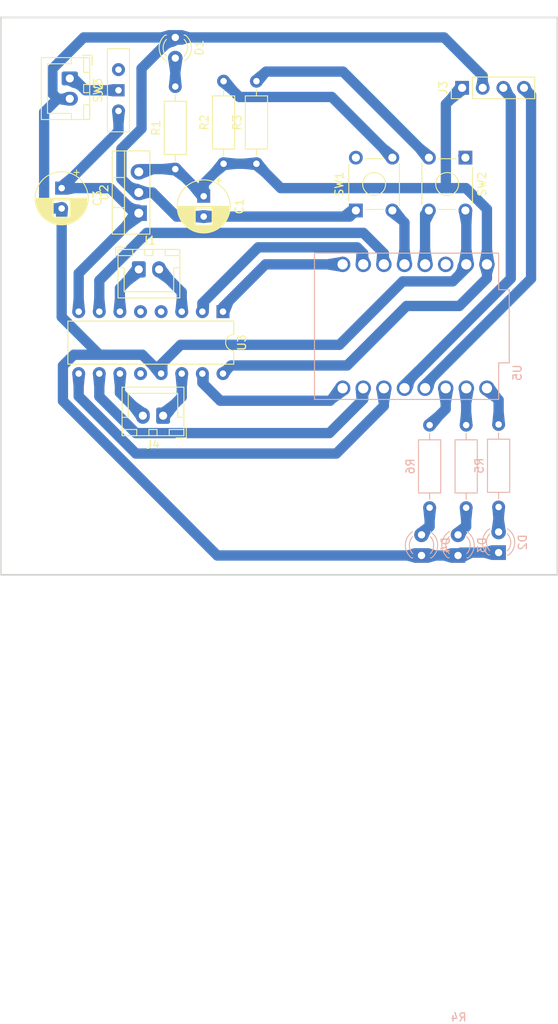
<source format=kicad_pcb>
(kicad_pcb (version 20240108) (generator "pcbnew") (generator_version "8.0")
  (layers (0 "F.Cu" signal) (31 "B.Cu" signal) (34 "B.Paste" user) (35 "F.Paste" user) (36 "B.SilkS" user "B.Silkscreen") (37 "F.SilkS" user "F.Silkscreen") (38 "B.Mask" user) (39 "F.Mask" user) (44 "Edge.Cuts" user))
  (net 0 "")
  (net 1 "GND")
  (net 2 "5V")
  (net 3 "12V")
  (net 4 "Net-(D1-A)")
  (net 5 "GPIO02")
  (net 6 "Net-(D3-A)")
  (net 7 "Net-(D4-A)")
  (net 8 "Net-(J1-Pin_2)")
  (net 9 "Net-(J1-Pin_1)")
  (net 10 "Net-(J2-Pin_1)")
  (net 11 "GPIO09")
  (net 12 "Net-(J4-Pin_1)")
  (net 13 "Net-(J4-Pin_2)")
  (net 14 "GPIO00")
  (net 15 "GPIO01")
  (net 16 "GPIO03")
  (net 18 "GPIO04")
  (net 19 "GPIO05")
  (net 20 "GPIO10")
  (net 21 "GPIO06")
  (net 22 "GPIO20")
  (net 23 "GPIO21")
  (net 25 "Net-(D2-A)")
  (net 26 "GPIO07")
  (net 27 "GPIO08")
  (footprint "Resistor_THT:R_Axial_DIN0207_L6.3mm_D2.5mm_P10.16mm_Horizontal" (layer "F.Cu") (at 153.58 32.62 90)
    (property "Reference" "R2" (at 5.08 -2.37 90) (layer "F.SilkS"))
    (property "Value" "4.7K")
    (pad "1" thru_hole circle (at 0 0 90) (size 1.6 1.6) (drill 0.8) (layers "*.Cu" "*.Mask") (net 2 "5V"))
    (pad "2" thru_hole oval (at 10.16 0 90) (size 1.6 1.6) (drill 0.8) (layers "*.Cu" "*.Mask") (net 16 "GPIO03"))
  )
  (footprint "Button_Switch_THT:SW_Slide-03_Wuerth-WS-SLTV_10x2.5x6.4_P2.54mm" (layer "F.Cu") (at 140.63 23.58 90)
    (property "Reference" "SW3" (at 0 -2.54 90) (layer "F.SilkS"))
    (property "Value" "SW_Wuerth_450301014042")
    (pad "1" thru_hole rect (at 0 0 90) (size 1.5 1.5) (drill 0.8) (layers "*.Cu" "*.Mask") (net 10 "Net-(J2-Pin_1)"))
    (pad "2" thru_hole circle (at -2.54 0 90) (size 1.6 1.6) (drill 0.8) (layers "*.Cu" "*.Mask") (net 3 "12V"))
    (pad "3" thru_hole circle (at 2.54 0 90) (size 1.6 1.6) (drill 0.8) (layers "*.Cu" "*.Mask"))
  )
  (footprint "Connector_PinHeader_2.54mm:PinHeader_1x04_P2.54mm_Vertical" (layer "F.Cu") (at 182.97 23.28 90)
    (property "Reference" "J3" (at 0 -2.33 90) (layer "F.SilkS"))
    (property "Value" "Conn_01x04_Pin")
    (pad "1" thru_hole rect (at 0 0 90) (size 1.7 1.7) (drill 1) (layers "*.Cu" "*.Mask") (net 2 "5V"))
    (pad "2" thru_hole oval (at 0 2.54 90) (size 1.7 1.7) (drill 1) (layers "*.Cu" "*.Mask") (net 1 "GND"))
    (pad "3" thru_hole oval (at 0 5.08 90) (size 1.7 1.7) (drill 1) (layers "*.Cu" "*.Mask") (net 11 "GPIO09"))
    (pad "4" thru_hole oval (at 0 7.62 90) (size 1.7 1.7) (drill 1) (layers "*.Cu" "*.Mask") (net 27 "GPIO08"))
  )
  (footprint "Capacitor_THT:CP_Radial_D6.3mm_P2.50mm" (layer "F.Cu") (at 151.13 36.62 -90)
    (property "Reference" "C1" (at 1.25 -4.4 90) (layer "F.SilkS"))
    (property "Value" "330uF")
    (pad "1" thru_hole rect (at 0 0 270) (size 1.6 1.6) (drill 0.8) (layers "*.Cu" "*.Mask") (net 2 "5V"))
    (pad "2" thru_hole circle (at 2.5 0 270) (size 1.6 1.6) (drill 0.8) (layers "*.Cu" "*.Mask") (net 1 "GND"))
  )
  (footprint "Package_DIP:DIP-16_W7.62mm" (layer "F.Cu") (at 153.505 50.82 -90)
    (property "Reference" "U3" (at 3.81 -2.33 90) (layer "F.SilkS"))
    (property "Value" "L293D")
    (pad "1" thru_hole rect (at 0 0 270) (size 1.6 1.6) (drill 0.8) (layers "*.Cu" "*.Mask") (net 14 "GPIO00"))
    (pad "2" thru_hole oval (at 0 2.54 270) (size 1.6 1.6) (drill 0.8) (layers "*.Cu" "*.Mask") (net 15 "GPIO01"))
    (pad "3" thru_hole oval (at 0 5.08 270) (size 1.6 1.6) (drill 0.8) (layers "*.Cu" "*.Mask") (net 8 "Net-(J1-Pin_2)"))
    (pad "4" thru_hole oval (at 0 7.62 270) (size 1.6 1.6) (drill 0.8) (layers "*.Cu" "*.Mask") (net 1 "GND"))
    (pad "5" thru_hole oval (at 0 10.16 270) (size 1.6 1.6) (drill 0.8) (layers "*.Cu" "*.Mask") (net 1 "GND"))
    (pad "6" thru_hole oval (at 0 12.7 270) (size 1.6 1.6) (drill 0.8) (layers "*.Cu" "*.Mask") (net 9 "Net-(J1-Pin_1)"))
    (pad "7" thru_hole oval (at 0 15.24 270) (size 1.6 1.6) (drill 0.8) (layers "*.Cu" "*.Mask") (net 5 "GPIO02"))
    (pad "8" thru_hole oval (at 0 17.78 270) (size 1.6 1.6) (drill 0.8) (layers "*.Cu" "*.Mask") (net 3 "12V"))
    (pad "9" thru_hole oval (at 7.62 17.78 270) (size 1.6 1.6) (drill 0.8) (layers "*.Cu" "*.Mask") (net 20 "GPIO10"))
    (pad "10" thru_hole oval (at 7.62 15.24 270) (size 1.6 1.6) (drill 0.8) (layers "*.Cu" "*.Mask") (net 22 "GPIO20"))
    (pad "11" thru_hole oval (at 7.62 12.7 270) (size 1.6 1.6) (drill 0.8) (layers "*.Cu" "*.Mask") (net 13 "Net-(J4-Pin_2)"))
    (pad "12" thru_hole oval (at 7.62 10.16 270) (size 1.6 1.6) (drill 0.8) (layers "*.Cu" "*.Mask") (net 1 "GND"))
    (pad "13" thru_hole oval (at 7.62 7.62 270) (size 1.6 1.6) (drill 0.8) (layers "*.Cu" "*.Mask") (net 1 "GND"))
    (pad "14" thru_hole oval (at 7.62 5.08 270) (size 1.6 1.6) (drill 0.8) (layers "*.Cu" "*.Mask") (net 12 "Net-(J4-Pin_1)"))
    (pad "15" thru_hole oval (at 7.62 2.54 270) (size 1.6 1.6) (drill 0.8) (layers "*.Cu" "*.Mask") (net 23 "GPIO21"))
    (pad "16" thru_hole oval (at 7.62 0 270) (size 1.6 1.6) (drill 0.8) (layers "*.Cu" "*.Mask") (net 2 "5V"))
  )
  (footprint "Button_Switch_THT:SW_TH_Tactile_Omron_B3F-10xx" (layer "F.Cu") (at 183.38 31.87 -90)
    (property "Reference" "SW2" (at 3.25 -2.05 90) (layer "F.SilkS"))
    (property "Value" "SW_Push")
    (pad "1" thru_hole rect (at 0 0 270) (size 1.7 1.7) (drill 1) (layers "*.Cu" "*.Mask") (net 1 "GND"))
    (pad "1" thru_hole circle (at 6.5 0 270) (size 1.7 1.7) (drill 1) (layers "*.Cu" "*.Mask") (net 1 "GND"))
    (pad "2" thru_hole circle (at 0 4.5 270) (size 1.7 1.7) (drill 1) (layers "*.Cu" "*.Mask") (net 18 "GPIO04"))
    (pad "2" thru_hole circle (at 6.5 4.5 270) (size 1.7 1.7) (drill 1) (layers "*.Cu" "*.Mask") (net 18 "GPIO04"))
  )
  (footprint "Connector_JST:JST_XH_B2B-XH-A_1x02_P2.50mm_Vertical" (layer "F.Cu") (at 134.63 22.12 -90)
    (property "Reference" "J2" (at 1.25 -3.55 90) (layer "F.SilkS"))
    (property "Value" "Conn_01x02_Pin")
    (pad "1" thru_hole roundrect (at 0 0 270) (size 1.7 2) (drill 1) (layers "*.Cu" "*.Mask") (roundrect_rratio 0.147059) (net 10 "Net-(J2-Pin_1)"))
    (pad "2" thru_hole oval (at 2.5 0 270) (size 1.7 2) (drill 1) (layers "*.Cu" "*.Mask") (net 1 "GND"))
  )
  (footprint "Package_TO_SOT_THT:TO-220-3_Vertical" (layer "F.Cu") (at 143.13 38.7 90)
    (property "Reference" "U2" (at 2.54 -4.27 90) (layer "F.SilkS"))
    (property "Value" "L7805")
    (pad "1" thru_hole rect (at 0 0 90) (size 1.905 2) (drill 1.1) (layers "*.Cu" "*.Mask") (net 3 "12V"))
    (pad "2" thru_hole oval (at 2.54 0 90) (size 1.905 2) (drill 1.1) (layers "*.Cu" "*.Mask") (net 1 "GND"))
    (pad "3" thru_hole oval (at 5.08 0 90) (size 1.905 2) (drill 1.1) (layers "*.Cu" "*.Mask") (net 2 "5V"))
  )
  (footprint "Resistor_THT:R_Axial_DIN0207_L6.3mm_D2.5mm_P10.16mm_Horizontal" (layer "F.Cu") (at 157.63 32.62 90)
    (property "Reference" "R3" (at 5.08 -2.37 90) (layer "F.SilkS"))
    (property "Value" "4.7K")
    (pad "1" thru_hole circle (at 0 0 90) (size 1.6 1.6) (drill 0.8) (layers "*.Cu" "*.Mask") (net 2 "5V"))
    (pad "2" thru_hole oval (at 10.16 0 90) (size 1.6 1.6) (drill 0.8) (layers "*.Cu" "*.Mask") (net 18 "GPIO04"))
  )
  (footprint "LED_THT:LED_D3.0mm" (layer "F.Cu") (at 147.63 17.08 -90)
    (property "Reference" "D1" (at 1.27 -2.96 90) (layer "F.SilkS"))
    (property "Value" "LED")
    (pad "1" thru_hole rect (at 0 0 270) (size 1.8 1.8) (drill 0.9) (layers "*.Cu" "*.Mask") (net 1 "GND"))
    (pad "2" thru_hole circle (at 2.54 0 270) (size 1.8 1.8) (drill 0.9) (layers "*.Cu" "*.Mask") (net 4 "Net-(D1-A)"))
  )
  (footprint "Connector_JST:JST_XH_B2B-XH-A_1x02_P2.50mm_Vertical" (layer "F.Cu") (at 143.13 45.62)
    (property "Reference" "J1" (at 1.25 -3.55 0) (layer "F.SilkS"))
    (property "Value" "Conn_01x02_Pin")
    (pad "1" thru_hole roundrect (at 0 0) (size 1.7 2) (drill 1) (layers "*.Cu" "*.Mask") (roundrect_rratio 0.147059) (net 9 "Net-(J1-Pin_1)"))
    (pad "2" thru_hole oval (at 2.5 0) (size 1.7 2) (drill 1) (layers "*.Cu" "*.Mask") (net 8 "Net-(J1-Pin_2)"))
  )
  (footprint "Resistor_THT:R_Axial_DIN0207_L6.3mm_D2.5mm_P10.16mm_Horizontal" (layer "F.Cu") (at 147.63 33.28 90)
    (property "Reference" "R1" (at 5.08 -2.37 90) (layer "F.SilkS"))
    (property "Value" "330")
    (pad "1" thru_hole circle (at 0 0 90) (size 1.6 1.6) (drill 0.8) (layers "*.Cu" "*.Mask") (net 2 "5V"))
    (pad "2" thru_hole oval (at 10.16 0 90) (size 1.6 1.6) (drill 0.8) (layers "*.Cu" "*.Mask") (net 4 "Net-(D1-A)"))
  )
  (footprint "Capacitor_THT:CP_Radial_D6.3mm_P2.50mm" (layer "F.Cu") (at 133.63 35.62 -90)
    (property "Reference" "C3" (at 1.25 -4.4 90) (layer "F.SilkS"))
    (property "Value" "330uF")
    (pad "1" thru_hole rect (at 0 0 270) (size 1.6 1.6) (drill 0.8) (layers "*.Cu" "*.Mask") (net 3 "12V"))
    (pad "2" thru_hole circle (at 2.5 0 270) (size 1.6 1.6) (drill 0.8) (layers "*.Cu" "*.Mask") (net 1 "GND"))
  )
  (footprint "Button_Switch_THT:SW_TH_Tactile_Omron_B3F-10xx" (layer "F.Cu") (at 169.88 38.37 90)
    (property "Reference" "SW1" (at 3.25 -2.05 90) (layer "F.SilkS"))
    (property "Value" "SW_Push")
    (pad "1" thru_hole rect (at 0 0 90) (size 1.7 1.7) (drill 1) (layers "*.Cu" "*.Mask") (net 1 "GND"))
    (pad "1" thru_hole circle (at 6.5 0 90) (size 1.7 1.7) (drill 1) (layers "*.Cu" "*.Mask") (net 1 "GND"))
    (pad "2" thru_hole circle (at 0 4.5 90) (size 1.7 1.7) (drill 1) (layers "*.Cu" "*.Mask") (net 16 "GPIO03"))
    (pad "2" thru_hole circle (at 6.5 4.5 90) (size 1.7 1.7) (drill 1) (layers "*.Cu" "*.Mask") (net 16 "GPIO03"))
  )
  (footprint "Connector_JST:JST_XH_B2B-XH-A_1x02_P2.50mm_Vertical" (layer "F.Cu") (at 146.13 63.62 180)
    (property "Reference" "J4" (at 1.25 -3.55 0) (layer "F.SilkS"))
    (property "Value" "Conn_01x02_Pin")
    (pad "1" thru_hole roundrect (at 0 0 180) (size 1.7 2) (drill 1) (layers "*.Cu" "*.Mask") (roundrect_rratio 0.147059) (net 12 "Net-(J4-Pin_1)"))
    (pad "2" thru_hole oval (at 2.5 0 180) (size 1.7 2) (drill 1) (layers "*.Cu" "*.Mask") (net 13 "Net-(J4-Pin_2)"))
  )
  (footprint "LED_THT:LED_D3.0mm" (layer "B.Cu") (at 182.47 80.82 90)
    (property "Reference" "D3" (at 1.27 2.96 90) (layer "B.SilkS") (effects (justify mirror)))
    (property "Value" "LED")
    (pad "1" thru_hole rect (at 0 0 90) (size 1.8 1.8) (drill 0.9) (layers "*.Cu" "*.Mask") (net 1 "GND"))
    (pad "2" thru_hole circle (at 2.54 0 90) (size 1.8 1.8) (drill 0.9) (layers "*.Cu" "*.Mask") (net 6 "Net-(D3-A)"))
  )
  (footprint "Resistor_THT:R_Axial_DIN0207_L6.3mm_D2.5mm_P10.16mm_Horizontal" (layer "B.Cu") (at 178.97 64.78 -90)
    (property "Reference" "R6" (at 5.08 2.37 90) (layer "B.SilkS") (effects (justify mirror)))
    (property "Value" "330")
    (pad "1" thru_hole circle (at 0 0 270) (size 1.6 1.6) (drill 0.8) (layers "*.Cu" "*.Mask") (net 26 "GPIO07"))
    (pad "2" thru_hole oval (at 10.16 0 270) (size 1.6 1.6) (drill 0.8) (layers "*.Cu" "*.Mask") (net 7 "Net-(D4-A)"))
  )
  (footprint "Resistor_THT:R_Axial_DIN0207_L6.3mm_D2.5mm_P10.16mm_Horizontal" (layer "B.Cu") (at 183.47 64.78 -90)
    (property "Reference" "R4" (at 72.87 0.93 0) (layer "B.SilkS") (effects (justify mirror)))
    (property "Value" "330")
    (pad "1" thru_hole circle (at 0 0 270) (size 1.6 1.6) (drill 0.8) (layers "*.Cu" "*.Mask") (net 21 "GPIO06"))
    (pad "2" thru_hole oval (at 10.16 0 270) (size 1.6 1.6) (drill 0.8) (layers "*.Cu" "*.Mask") (net 6 "Net-(D3-A)"))
  )
  (footprint "Resistor_THT:R_Axial_DIN0207_L6.3mm_D2.5mm_P10.16mm_Horizontal" (layer "B.Cu") (at 187.47 64.7 -90)
    (property "Reference" "R5" (at 5.08 2.37 90) (layer "B.SilkS") (effects (justify mirror)))
    (property "Value" "330")
    (pad "1" thru_hole circle (at 0 0 270) (size 1.6 1.6) (drill 0.8) (layers "*.Cu" "*.Mask") (net 19 "GPIO05"))
    (pad "2" thru_hole oval (at 10.16 0 270) (size 1.6 1.6) (drill 0.8) (layers "*.Cu" "*.Mask") (net 25 "Net-(D2-A)"))
  )
  (footprint "LED_THT:LED_D3.0mm" (layer "B.Cu") (at 187.47 80.47 90)
    (property "Reference" "D2" (at 1.27 2.96 90) (layer "B.SilkS") (effects (justify mirror)))
    (property "Value" "LED")
    (pad "1" thru_hole rect (at 0 0 90) (size 1.8 1.8) (drill 0.9) (layers "*.Cu" "*.Mask") (net 1 "GND"))
    (pad "2" thru_hole circle (at 2.54 0 90) (size 1.8 1.8) (drill 0.9) (layers "*.Cu" "*.Mask") (net 25 "Net-(D2-A)"))
  )
  (footprint "LED_THT:LED_D3.0mm" (layer "B.Cu") (at 177.97 80.82 90)
    (property "Reference" "D4" (at 1.27 2.96 90) (layer "B.SilkS") (effects (justify mirror)))
    (property "Value" "LED")
    (pad "1" thru_hole rect (at 0 0 90) (size 1.8 1.8) (drill 0.9) (layers "*.Cu" "*.Mask") (net 1 "GND"))
    (pad "2" thru_hole circle (at 2.54 0 90) (size 1.8 1.8) (drill 0.9) (layers "*.Cu" "*.Mask") (net 7 "Net-(D4-A)"))
  )
  (footprint "ESP32-C3_SUPERMINI_TH:MODULE_ESP32-C3_SUPERMINI" (layer "B.Cu") (at 176.13 52.62 90)
    (property "Reference" "U5" (at -5.715 13.6525 90) (layer "B.SilkS") (effects (justify mirror)))
    (property "Value" "ESP32-C3_SUPERMINI_TH")
    (pad "0" thru_hole circle (at 7.62 -7.88 90) (size 1.905 1.905) (drill 1.27) (layers "*.Cu" "*.Mask") (net 14 "GPIO00"))
    (pad "1" thru_hole circle (at 7.62 -5.34 90) (size 1.905 1.905) (drill 1.27) (layers "*.Cu" "*.Mask") (net 15 "GPIO01"))
    (pad "2" thru_hole circle (at 7.62 -2.8 90) (size 1.905 1.905) (drill 1.27) (layers "*.Cu" "*.Mask") (net 5 "GPIO02"))
    (pad "3" thru_hole circle (at 7.62 -0.26 90) (size 1.905 1.905) (drill 1.27) (layers "*.Cu" "*.Mask") (net 16 "GPIO03"))
    (pad "3.3" thru_hole circle (at 7.62 4.82 90) (size 1.905 1.905) (drill 1.27) (layers "*.Cu" "*.Mask"))
    (pad "4" thru_hole circle (at 7.62 2.28 90) (size 1.905 1.905) (drill 1.27) (layers "*.Cu" "*.Mask") (net 18 "GPIO04"))
    (pad "5" thru_hole circle (at -7.62 9.9 90) (size 1.905 1.905) (drill 1.27) (layers "*.Cu" "*.Mask") (net 19 "GPIO05"))
    (pad "5V" thru_hole circle (at 7.62 9.9 90) (size 1.905 1.905) (drill 1.27) (layers "*.Cu" "*.Mask") (net 2 "5V"))
    (pad "6" thru_hole circle (at -7.62 7.36 90) (size 1.905 1.905) (drill 1.27) (layers "*.Cu" "*.Mask") (net 21 "GPIO06"))
    (pad "7" thru_hole circle (at -7.62 4.82 90) (size 1.905 1.905) (drill 1.27) (layers "*.Cu" "*.Mask") (net 26 "GPIO07"))
    (pad "8" thru_hole circle (at -7.62 2.28 90) (size 1.905 1.905) (drill 1.27) (layers "*.Cu" "*.Mask") (net 27 "GPIO08"))
    (pad "9" thru_hole circle (at -7.62 -0.26 90) (size 1.905 1.905) (drill 1.27) (layers "*.Cu" "*.Mask") (net 11 "GPIO09"))
    (pad "10" thru_hole circle (at -7.62 -2.8 90) (size 1.905 1.905) (drill 1.27) (layers "*.Cu" "*.Mask") (net 20 "GPIO10"))
    (pad "20" thru_hole circle (at -7.62 -5.34 90) (size 1.905 1.905) (drill 1.27) (layers "*.Cu" "*.Mask") (net 22 "GPIO20"))
    (pad "21" thru_hole circle (at -7.62 -7.88 90) (size 1.905 1.905) (drill 1.27) (layers "*.Cu" "*.Mask") (net 23 "GPIO21"))
    (pad "G" thru_hole circle (at 7.62 7.36 90) (size 1.905 1.905) (drill 1.27) (layers "*.Cu" "*.Mask") (net 1 "GND"))
  )
  (gr_rect (start 126.13 14.62) (end 194.71 83.2) (stroke (width 0.2)) (fill none) (layer "Edge.Cuts"))
  (segment (start 147.7885 39.12) (end 144.8285 36.16) (width 1.27) (layer "B.Cu") (net 1))
  (segment (start 183.49 45) (end 183.49 38.48) (width 1.27) (layer "B.Cu") (net 1))
  (segment (start 144.8285 36.16) (end 143.13 36.16) (width 1.27) (layer "B.Cu") (net 1))
  (segment (start 133.782 57.468) (end 135.13 56.12) (width 1.27) (layer "B.Cu") (net 1))
  (segment (start 147.280761 17.08) (end 147.63 17.08) (width 1.27) (layer "B.Cu") (net 1))
  (segment (start 132.244 38.12) (end 131.47 37.346) (width 1.27) (layer "B.Cu") (net 1))
  (segment (start 138.277183 56.12) (end 138.97 56.12) (width 1.27) (layer "B.Cu") (net 1))
  (segment (start 143.565 56.12) (end 145.885 58.44) (width 1.27) (layer "B.Cu") (net 1))
  (segment (start 175.6545 47.0955) (end 181.817985 47.0955) (width 1.27) (layer "B.Cu") (net 1))
  (segment (start 183.49 45.423485) (end 183.49 45) (width 1.27) (layer "B.Cu") (net 1))
  (segment (start 151.13 39.12) (end 147.7885 39.12) (width 1.27) (layer "B.Cu") (net 1))
  (segment (start 181.817985 47.0955) (end 183.49 45.423485) (width 1.27) (layer "B.Cu") (net 1))
  (segment (start 169.13 39.12) (end 151.13 39.12) (width 1.27) (layer "B.Cu") (net 1))
  (segment (start 133.63 38.12) (end 132.244 38.12) (width 1.27) (layer "B.Cu") (net 1))
  (segment (start 152.801056 80.82) (end 133.782 61.800944) (width 1.27) (layer "B.Cu") (net 1))
  (segment (start 148.29563 54.898) (end 167.852 54.898) (width 1.27) (layer "B.Cu") (net 1))
  (segment (start 142.659015 36.16) (end 140.987 34.487985) (width 1.27) (layer "B.Cu") (net 1))
  (segment (start 182.82 80.47) (end 182.47 80.82) (width 1.27) (layer "B.Cu") (net 1))
  (segment (start 140.987 30.777472) (end 143.47 28.294472) (width 1.27) (layer "B.Cu") (net 1))
  (segment (start 147.63 17.08) (end 136.343072 17.08) (width 1.27) (layer "B.Cu") (net 1))
  (segment (start 180.756 17.08) (end 147.63 17.08) (width 1.27) (layer "B.Cu") (net 1))
  (segment (start 182.47 80.82) (end 177.97 80.82) (width 1.27) (layer "B.Cu") (net 1))
  (segment (start 181.97 80.9) (end 182 80.93) (width 1.27) (layer "B.Cu") (net 1))
  (segment (start 135.703592 53.546408) (end 138.277183 56.12) (width 1.27) (layer "B.Cu") (net 1))
  (segment (start 133.63 38.12) (end 133.63 51.472817) (width 1.27) (layer "B.Cu") (net 1))
  (segment (start 132.487 23.977) (end 133.13 24.62) (width 1.27) (layer "B.Cu") (net 1))
  (segment (start 185.51 23.28) (end 185.51 21.834) (width 1.27) (layer "B.Cu") (net 1))
  (segment (start 143.13 36.16) (end 142.659015 36.16) (width 1.27) (layer "B.Cu") (net 1))
  (segment (start 183.49 38.48) (end 183.38 38.37) (width 1.27) (layer "B.Cu") (net 1))
  (segment (start 138.97 56.12) (end 143.565 56.12) (width 1.27) (layer "B.Cu") (net 1))
  (segment (start 136.343072 17.08) (end 132.487 20.936072) (width 1.27) (layer "B.Cu") (net 1))
  (segment (start 133.63 51.472817) (end 135.703592 53.546408) (width 1.27) (layer "B.Cu") (net 1))
  (segment (start 183.38 31.87) (end 183.137 31.627) (width 1.27) (layer "B.Cu") (net 1))
  (segment (start 133.13 24.62) (end 134.63 24.62) (width 1.27) (layer "B.Cu") (net 1))
  (segment (start 131.47 37.346) (end 131.47 26.28) (width 1.27) (layer "B.Cu") (net 1))
  (segment (start 187.47 80.47) (end 182.82 80.47) (width 1.27) (layer "B.Cu") (net 1))
  (segment (start 143.47 24.28) (end 143.47 20.890761) (width 1.27) (layer "B.Cu") (net 1))
  (segment (start 140.987 34.487985) (end 140.987 30.777472) (width 1.27) (layer "B.Cu") (net 1))
  (segment (start 167.852 54.898) (end 175.6545 47.0955) (width 1.27) (layer "B.Cu") (net 1))
  (segment (start 131.47 26.28) (end 133.13 24.62) (width 1.27) (layer "B.Cu") (net 1))
  (segment (start 185.51 21.834) (end 180.756 17.08) (width 1.27) (layer "B.Cu") (net 1))
  (segment (start 133.782 61.800944) (end 133.782 57.468) (width 1.27) (layer "B.Cu") (net 1))
  (segment (start 143.47 28.294472) (end 143.47 24.28) (width 1.27) (layer "B.Cu") (net 1))
  (segment (start 135.13 56.12) (end 138.97 56.12) (width 1.27) (layer "B.Cu") (net 1))
  (segment (start 177.97 80.82) (end 152.801056 80.82) (width 1.27) (layer "B.Cu") (net 1))
  (segment (start 183.38 44.89) (end 183.49 45) (width 1.27) (layer "B.Cu") (net 1))
  (segment (start 169.88 38.37) (end 169.13 39.12) (width 1.27) (layer "B.Cu") (net 1))
  (segment (start 143.47 20.890761) (end 147.280761 17.08) (width 1.27) (layer "B.Cu") (net 1))
  (segment (start 145.885 58.44) (end 145.885 57.30863) (width 1.27) (layer "B.Cu") (net 1))
  (segment (start 132.487 20.936072) (end 132.487 23.977) (width 1.27) (layer "B.Cu") (net 1))
  (segment (start 145.885 57.30863) (end 148.29563 54.898) (width 1.27) (layer "B.Cu") (net 1))
  (segment (start 147.63 33.28) (end 147.79 33.28) (width 1.27) (layer "B.Cu") (net 2))
  (segment (start 180.97 35.62) (end 160.63 35.62) (width 1.27) (layer "B.Cu") (net 2))
  (segment (start 143.47 33.28) (end 143.13 33.62) (width 1.27) (layer "B.Cu") (net 2))
  (segment (start 182.97 23.28) (end 180.97 25.28) (width 1.27) (layer "B.Cu") (net 2))
  (segment (start 180.97 25.28) (end 180.97 35.62) (width 1.27) (layer "B.Cu") (net 2))
  (segment (start 186.03 45) (end 186.03 38.201472) (width 1.27) (layer "B.Cu") (net 2))
  (segment (start 186.03 46.72) (end 182.63 50.12) (width 1.27) (layer "B.Cu") (net 2))
  (segment (start 186.03 38.201472) (end 183.448528 35.62) (width 1.27) (layer "B.Cu") (net 2))
  (segment (start 182.63 50.12) (end 176.13 50.12) (width 1.27) (layer "B.Cu") (net 2))
  (segment (start 150.882183 36.62) (end 151.13 36.62) (width 1.27) (layer "B.Cu") (net 2))
  (segment (start 147.63 33.28) (end 143.47 33.28) (width 1.27) (layer "B.Cu") (net 2))
  (segment (start 176.13 50.12) (end 168.81 57.44) (width 1.27) (layer "B.Cu") (net 2))
  (segment (start 154.505 57.44) (end 153.505 58.44) (width 1.27) (layer "B.Cu") (net 2))
  (segment (start 157.63 32.62) (end 153.58 32.62) (width 1.27) (layer "B.Cu") (net 2))
  (segment (start 151.13 36.62) (end 151.13 35.07) (width 1.27) (layer "B.Cu") (net 2))
  (segment (start 183.448528 35.62) (end 180.97 35.62) (width 1.27) (layer "B.Cu") (net 2))
  (segment (start 151.13 35.07) (end 153.58 32.62) (width 1.27) (layer "B.Cu") (net 2))
  (segment (start 186.03 45) (end 186.03 46.72) (width 1.27) (layer "B.Cu") (net 2))
  (segment (start 147.79 33.28) (end 151.13 36.62) (width 1.27) (layer "B.Cu") (net 2))
  (segment (start 168.81 57.44) (end 154.505 57.44) (width 1.27) (layer "B.Cu") (net 2))
  (segment (start 160.63 35.62) (end 157.63 32.62) (width 1.27) (layer "B.Cu") (net 2))
  (segment (start 139.579015 35.62) (end 142.659015 38.7) (width 1.27) (layer "B.Cu") (net 3))
  (segment (start 142.659015 38.7) (end 143.13 38.7) (width 1.27) (layer "B.Cu") (net 3))
  (segment (start 133.63 35.62) (end 139.579015 35.62) (width 1.27) (layer "B.Cu") (net 3))
  (segment (start 140.63 26.12) (end 140.63 28.62) (width 1.27) (layer "B.Cu") (net 3))
  (segment (start 140.63 28.62) (end 133.63 35.62) (width 1.27) (layer "B.Cu") (net 3))
  (segment (start 135.725 46.105) (end 143.13 38.7) (width 1.27) (layer "B.Cu") (net 3))
  (segment (start 135.725 50.82) (end 135.725 46.105) (width 1.27) (layer "B.Cu") (net 3))
  (segment (start 147.63 19.62) (end 147.63 23.12) (width 1.27) (layer "B.Cu") (net 4))
  (segment (start 144.1235 41.1265) (end 138.265 46.985) (width 1.27) (layer "B.Cu") (net 5))
  (segment (start 138.265 46.985) (end 138.265 50.82) (width 1.27) (layer "B.Cu") (net 5))
  (segment (start 173.33 43.652962) (end 170.803538 41.1265) (width 1.27) (layer "B.Cu") (net 5))
  (segment (start 170.803538 41.1265) (end 144.1235 41.1265) (width 1.27) (layer "B.Cu") (net 5))
  (segment (start 173.33 45) (end 173.33 43.652962) (width 1.27) (layer "B.Cu") (net 5))
  (segment (start 183.47 77.28) (end 182.47 78.28) (width 1.27) (layer "B.Cu") (net 6))
  (segment (start 183.47 74.94) (end 183.47 77.28) (width 1.27) (layer "B.Cu") (net 6))
  (segment (start 178.97 77.28) (end 177.97 78.28) (width 1.27) (layer "B.Cu") (net 7))
  (segment (start 178.97 74.94) (end 178.97 77.28) (width 1.27) (layer "B.Cu") (net 7))
  (segment (start 145.63 45.62) (end 148.425 48.415) (width 1.27) (layer "B.Cu") (net 8))
  (segment (start 148.425 48.415) (end 148.425 50.82) (width 1.27) (layer "B.Cu") (net 8))
  (segment (start 143.13 45.62) (end 140.805 47.945) (width 1.27) (layer "B.Cu") (net 9))
  (segment (start 140.805 47.945) (end 140.805 50.82) (width 1.27) (layer "B.Cu") (net 9))
  (segment (start 140.63 23.58) (end 136.558528 23.58) (width 1.27) (layer "B.Cu") (net 10))
  (segment (start 136.558528 23.58) (end 135.098528 22.12) (width 1.27) (layer "B.Cu") (net 10))
  (segment (start 135.098528 22.12) (end 134.63 22.12) (width 1.27) (layer "B.Cu") (net 10))
  (segment (start 188.97 46.742042) (end 188.97 24.478528) (width 1.27) (layer "B.Cu") (net 11))
  (segment (start 188.97 24.478528) (end 188.05 23.558528) (width 1.27) (layer "B.Cu") (net 11))
  (segment (start 177.542015 58.1445) (end 177.567542 58.1445) (width 1.27) (layer "B.Cu") (net 11))
  (segment (start 188.05 23.558528) (end 188.05 23.28) (width 1.27) (layer "B.Cu") (net 11))
  (segment (start 177.567542 58.1445) (end 188.97 46.742042) (width 1.27) (layer "B.Cu") (net 11))
  (segment (start 175.87 60.24) (end 175.87 59.816515) (width 1.27) (layer "B.Cu") (net 11))
  (segment (start 175.87 59.816515) (end 177.542015 58.1445) (width 1.27) (layer "B.Cu") (net 11))
  (segment (start 146.13 63.62) (end 148.425 61.325) (width 1.27) (layer "B.Cu") (net 12))
  (segment (start 148.425 61.325) (end 148.425 58.44) (width 1.27) (layer "B.Cu") (net 12))
  (segment (start 140.805 60.795) (end 143.63 63.62) (width 1.27) (layer "B.Cu") (net 13))
  (segment (start 140.805 58.44) (end 140.805 60.795) (width 1.27) (layer "B.Cu") (net 13))
  (segment (start 153.505 50.245) (end 158.75 45) (width 1.27) (layer "B.Cu") (net 14))
  (segment (start 153.505 50.82) (end 153.505 50.245) (width 1.27) (layer "B.Cu") (net 14))
  (segment (start 158.75 45) (end 168.25 45) (width 1.27) (layer "B.Cu") (net 14))
  (segment (start 170.041538 42.9045) (end 157.8455 42.9045) (width 1.27) (layer "B.Cu") (net 15))
  (segment (start 170.79 45) (end 170.79 43.652962) (width 1.27) (layer "B.Cu") (net 15))
  (segment (start 150.965 49.785) (end 150.965 50.82) (width 1.27) (layer "B.Cu") (net 15))
  (segment (start 157.8455 42.9045) (end 150.965 49.785) (width 1.27) (layer "B.Cu") (net 15))
  (segment (start 170.79 43.652962) (end 170.041538 42.9045) (width 1.27) (layer "B.Cu") (net 15))
  (segment (start 175.87 45) (end 175.87 39.86) (width 1.27) (layer "B.Cu") (net 16))
  (segment (start 175.87 39.86) (end 174.38 38.37) (width 1.27) (layer "B.Cu") (net 16))
  (segment (start 166.913 24.403) (end 155.523 24.403) (width 1.27) (layer "B.Cu") (net 16))
  (segment (start 174.38 31.87) (end 166.913 24.403) (width 1.27) (layer "B.Cu") (net 16))
  (segment (start 155.523 24.403) (end 153.58 22.46) (width 1.27) (layer "B.Cu") (net 16))
  (segment (start 178.41 38.84) (end 178.88 38.37) (width 1.27) (layer "B.Cu") (net 18))
  (segment (start 158.81 21.28) (end 157.63 22.46) (width 1.27) (layer "B.Cu") (net 18))
  (segment (start 178.41 45) (end 178.41 38.84) (width 1.27) (layer "B.Cu") (net 18))
  (segment (start 168.29 21.28) (end 158.81 21.28) (width 1.27) (layer "B.Cu") (net 18))
  (segment (start 178.88 31.87) (end 168.29 21.28) (width 1.27) (layer "B.Cu") (net 18))
  (segment (start 187.47 64.7) (end 187.47 61.68) (width 1.27) (layer "B.Cu") (net 19))
  (segment (start 187.47 61.68) (end 186.03 60.24) (width 1.27) (layer "B.Cu") (net 19))
  (segment (start 173.33 60.24) (end 173.33 62.42) (width 1.27) (layer "B.Cu") (net 20))
  (segment (start 173.33 62.42) (end 167.47 68.28) (width 1.27) (layer "B.Cu") (net 20))
  (segment (start 135.725 61.229472) (end 135.725 58.44) (width 1.27) (layer "B.Cu") (net 20))
  (segment (start 167.47 68.28) (end 142.775528 68.28) (width 1.27) (layer "B.Cu") (net 20))
  (segment (start 142.775528 68.28) (end 135.725 61.229472) (width 1.27) (layer "B.Cu") (net 20))
  (segment (start 183.47 60.26) (end 183.49 60.24) (width 1.27) (layer "B.Cu") (net 21))
  (segment (start 183.47 64.78) (end 183.47 60.26) (width 1.27) (layer "B.Cu") (net 21))
  (segment (start 170.79 61.587038) (end 166.614038 65.763) (width 1.27) (layer "B.Cu") (net 22))
  (segment (start 138.265 61.255) (end 138.265 58.44) (width 1.27) (layer "B.Cu") (net 22))
  (segment (start 142.773 65.763) (end 138.265 61.255) (width 1.27) (layer "B.Cu") (net 22))
  (segment (start 170.79 60.24) (end 170.79 61.587038) (width 1.27) (layer "B.Cu") (net 22))
  (segment (start 166.614038 65.763) (end 142.773 65.763) (width 1.27) (layer "B.Cu") (net 22))
  (segment (start 168.25 60.24) (end 166.71 61.78) (width 1.27) (layer "B.Cu") (net 23))
  (segment (start 150.965 59.57137) (end 150.965 58.44) (width 1.27) (layer "B.Cu") (net 23))
  (segment (start 153.17363 61.78) (end 150.965 59.57137) (width 1.27) (layer "B.Cu") (net 23))
  (segment (start 166.71 61.78) (end 153.17363 61.78) (width 1.27) (layer "B.Cu") (net 23))
  (segment (start 187.47 74.86) (end 187.47 77.93) (width 1.27) (layer "B.Cu") (net 25))
  (segment (start 178.97 64.78) (end 180.95 62.8) (width 1.27) (layer "B.Cu") (net 26))
  (segment (start 180.95 62.8) (end 180.95 60.24) (width 1.27) (layer "B.Cu") (net 26))
  (segment (start 191.47 46.756514) (end 178.41 59.816514) (width 1.27) (layer "B.Cu") (net 27))
  (segment (start 191.47 24.16) (end 191.47 46.756514) (width 1.27) (layer "B.Cu") (net 27))
  (segment (start 178.41 59.816514) (end 178.41 60.24) (width 1.27) (layer "B.Cu") (net 27))
  (segment (start 190.59 23.28) (end 191.47 24.16) (width 1.27) (layer "B.Cu") (net 27))
)
</source>
